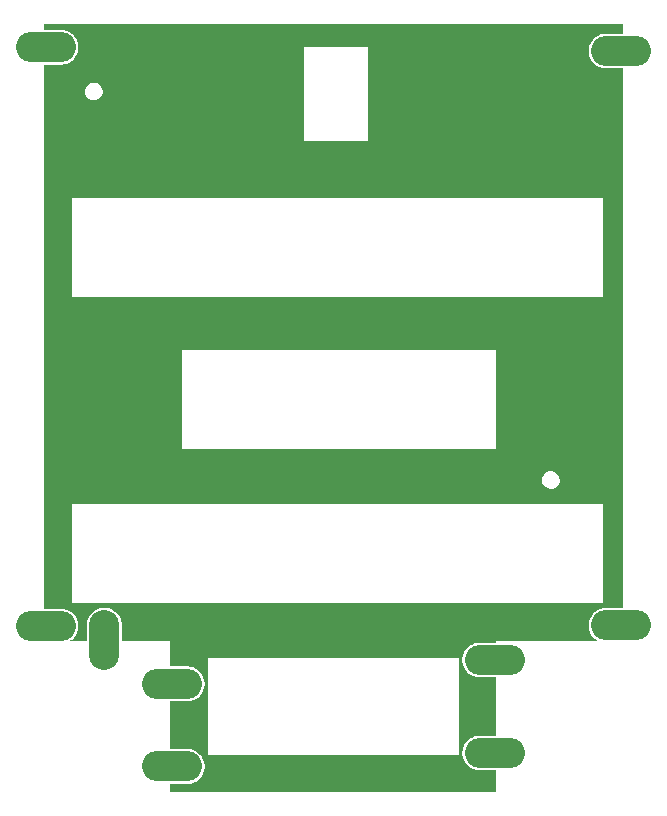
<source format=gbl>
G04 #@! TF.GenerationSoftware,KiCad,Pcbnew,(6.0.2)*
G04 #@! TF.CreationDate,2022-06-03T10:06:41-07:00*
G04 #@! TF.ProjectId,iflfu-middle,69666c66-752d-46d6-9964-646c652e6b69,rev?*
G04 #@! TF.SameCoordinates,Original*
G04 #@! TF.FileFunction,Copper,L2,Bot*
G04 #@! TF.FilePolarity,Positive*
%FSLAX46Y46*%
G04 Gerber Fmt 4.6, Leading zero omitted, Abs format (unit mm)*
G04 Created by KiCad (PCBNEW (6.0.2)) date 2022-06-03 10:06:41*
%MOMM*%
%LPD*%
G01*
G04 APERTURE LIST*
G04 #@! TA.AperFunction,CastellatedPad*
%ADD10O,5.080000X2.540000*%
G04 #@! TD*
G04 #@! TA.AperFunction,CastellatedPad*
%ADD11O,2.540000X5.080000*%
G04 #@! TD*
G04 #@! TA.AperFunction,ViaPad*
%ADD12C,0.800000*%
G04 #@! TD*
G04 APERTURE END LIST*
D10*
X145750000Y-82884717D03*
X145750000Y-131884717D03*
X194450000Y-131834717D03*
X183750000Y-142634717D03*
X156450000Y-136784717D03*
D11*
X150700000Y-133084717D03*
D10*
X156450000Y-143784717D03*
X183750000Y-134769717D03*
X194450000Y-83204717D03*
D12*
X147300000Y-131884717D03*
X150700000Y-131434717D03*
X158100000Y-136784717D03*
X158100000Y-143784717D03*
X181900000Y-142634717D03*
X182100000Y-134769717D03*
X192800000Y-131834717D03*
X192800000Y-83204717D03*
X147400000Y-82834717D03*
G04 #@! TA.AperFunction,NonConductor*
G36*
X194596073Y-80938644D02*
G01*
X194599500Y-80946917D01*
X194599500Y-81722517D01*
X194596073Y-81730790D01*
X194587800Y-81734217D01*
X193118696Y-81734217D01*
X193118482Y-81734235D01*
X193118472Y-81734235D01*
X192959224Y-81747328D01*
X192939006Y-81748990D01*
X192704484Y-81807898D01*
X192676806Y-81819933D01*
X192483173Y-81904127D01*
X192483171Y-81904128D01*
X192482732Y-81904319D01*
X192279706Y-82035662D01*
X192100858Y-82198401D01*
X192100562Y-82198776D01*
X192100560Y-82198778D01*
X192043194Y-82271417D01*
X191950991Y-82388166D01*
X191950763Y-82388579D01*
X191950761Y-82388582D01*
X191865902Y-82542305D01*
X191834130Y-82599859D01*
X191753413Y-82827797D01*
X191753329Y-82828267D01*
X191753328Y-82828272D01*
X191718624Y-83023102D01*
X191711008Y-83065856D01*
X191708054Y-83307645D01*
X191744630Y-83546670D01*
X191819754Y-83776512D01*
X191931408Y-83990997D01*
X192076594Y-84184367D01*
X192076939Y-84184696D01*
X192076941Y-84184699D01*
X192104498Y-84211033D01*
X192251413Y-84351427D01*
X192451169Y-84487692D01*
X192451606Y-84487895D01*
X192451608Y-84487896D01*
X192670059Y-84589297D01*
X192670062Y-84589298D01*
X192670499Y-84589501D01*
X192670961Y-84589629D01*
X192670966Y-84589631D01*
X192883907Y-84648684D01*
X192903511Y-84654121D01*
X192903985Y-84654172D01*
X192903987Y-84654172D01*
X192958645Y-84660013D01*
X193100907Y-84675217D01*
X194587800Y-84675217D01*
X194596073Y-84678644D01*
X194599500Y-84686917D01*
X194599500Y-130352517D01*
X194596073Y-130360790D01*
X194587800Y-130364217D01*
X193118696Y-130364217D01*
X193118482Y-130364235D01*
X193118472Y-130364235D01*
X192959224Y-130377328D01*
X192939006Y-130378990D01*
X192938545Y-130379106D01*
X192938544Y-130379106D01*
X192902618Y-130388130D01*
X192704484Y-130437898D01*
X192666369Y-130454471D01*
X192483173Y-130534127D01*
X192483171Y-130534128D01*
X192482732Y-130534319D01*
X192279706Y-130665662D01*
X192100858Y-130828401D01*
X192100562Y-130828776D01*
X192100560Y-130828778D01*
X192061370Y-130878401D01*
X191950991Y-131018166D01*
X191950763Y-131018579D01*
X191950761Y-131018582D01*
X191896184Y-131117449D01*
X191834130Y-131229859D01*
X191833971Y-131230307D01*
X191833970Y-131230310D01*
X191807279Y-131305683D01*
X191753413Y-131457797D01*
X191753329Y-131458267D01*
X191753328Y-131458272D01*
X191732763Y-131573723D01*
X191711008Y-131695856D01*
X191711002Y-131696330D01*
X191711002Y-131696332D01*
X191710305Y-131753413D01*
X191708054Y-131937645D01*
X191744630Y-132176670D01*
X191819754Y-132406512D01*
X191931408Y-132620997D01*
X192076594Y-132814367D01*
X192251413Y-132981427D01*
X192443841Y-133112693D01*
X192444074Y-133112852D01*
X192448978Y-133120345D01*
X192447146Y-133129110D01*
X192439653Y-133134014D01*
X192437481Y-133134217D01*
X183900099Y-133134217D01*
X183900000Y-133134176D01*
X183899901Y-133134217D01*
X183899617Y-133134334D01*
X183899459Y-133134717D01*
X183899500Y-133134816D01*
X183899500Y-133287517D01*
X183896073Y-133295790D01*
X183887800Y-133299217D01*
X182418696Y-133299217D01*
X182418482Y-133299235D01*
X182418472Y-133299235D01*
X182259224Y-133312328D01*
X182239006Y-133313990D01*
X182004484Y-133372898D01*
X181976806Y-133384933D01*
X181783173Y-133469127D01*
X181783171Y-133469128D01*
X181782732Y-133469319D01*
X181579706Y-133600662D01*
X181400858Y-133763401D01*
X181400562Y-133763776D01*
X181400560Y-133763778D01*
X181343194Y-133836417D01*
X181250991Y-133953166D01*
X181134130Y-134164859D01*
X181053413Y-134392797D01*
X181011008Y-134630856D01*
X181011002Y-134631330D01*
X181011002Y-134631332D01*
X181010949Y-134635645D01*
X181008054Y-134872645D01*
X181044630Y-135111670D01*
X181119754Y-135341512D01*
X181231408Y-135555997D01*
X181376594Y-135749367D01*
X181376939Y-135749696D01*
X181376941Y-135749699D01*
X181434881Y-135805067D01*
X181551413Y-135916427D01*
X181751169Y-136052692D01*
X181751606Y-136052895D01*
X181751608Y-136052896D01*
X181970059Y-136154297D01*
X181970062Y-136154298D01*
X181970499Y-136154501D01*
X181970961Y-136154629D01*
X181970966Y-136154631D01*
X182179629Y-136212498D01*
X182203511Y-136219121D01*
X182203985Y-136219172D01*
X182203987Y-136219172D01*
X182258645Y-136225013D01*
X182400907Y-136240217D01*
X183887800Y-136240217D01*
X183896073Y-136243644D01*
X183899500Y-136251917D01*
X183899500Y-141152517D01*
X183896073Y-141160790D01*
X183887800Y-141164217D01*
X182418696Y-141164217D01*
X182418482Y-141164235D01*
X182418472Y-141164235D01*
X182259224Y-141177328D01*
X182239006Y-141178990D01*
X182004484Y-141237898D01*
X181976806Y-141249933D01*
X181783173Y-141334127D01*
X181783171Y-141334128D01*
X181782732Y-141334319D01*
X181579706Y-141465662D01*
X181400858Y-141628401D01*
X181400562Y-141628776D01*
X181400560Y-141628778D01*
X181343194Y-141701417D01*
X181250991Y-141818166D01*
X181134130Y-142029859D01*
X181053413Y-142257797D01*
X181053329Y-142258267D01*
X181053328Y-142258272D01*
X181028058Y-142400137D01*
X181011008Y-142495856D01*
X181011002Y-142496330D01*
X181011002Y-142496332D01*
X181010936Y-142501742D01*
X181008054Y-142737645D01*
X181044630Y-142976670D01*
X181119754Y-143206512D01*
X181119975Y-143206936D01*
X181224537Y-143407797D01*
X181231408Y-143420997D01*
X181376594Y-143614367D01*
X181376939Y-143614696D01*
X181376941Y-143614699D01*
X181469105Y-143702773D01*
X181551413Y-143781427D01*
X181751169Y-143917692D01*
X181751606Y-143917895D01*
X181751608Y-143917896D01*
X181970059Y-144019297D01*
X181970062Y-144019298D01*
X181970499Y-144019501D01*
X181970961Y-144019629D01*
X181970966Y-144019631D01*
X182183907Y-144078684D01*
X182203511Y-144084121D01*
X182203985Y-144084172D01*
X182203987Y-144084172D01*
X182258645Y-144090013D01*
X182400907Y-144105217D01*
X183887800Y-144105217D01*
X183896073Y-144108644D01*
X183899500Y-144116917D01*
X183899500Y-145922517D01*
X183896073Y-145930790D01*
X183887800Y-145934217D01*
X156312200Y-145934217D01*
X156303927Y-145930790D01*
X156300500Y-145922517D01*
X156300500Y-145266917D01*
X156303927Y-145258644D01*
X156312200Y-145255217D01*
X157781304Y-145255217D01*
X157781518Y-145255199D01*
X157781528Y-145255199D01*
X157940776Y-145242106D01*
X157960994Y-145240444D01*
X158195516Y-145181536D01*
X158306392Y-145133326D01*
X158416827Y-145085307D01*
X158416829Y-145085306D01*
X158417268Y-145085115D01*
X158620294Y-144953772D01*
X158799142Y-144791033D01*
X158820202Y-144764367D01*
X158948714Y-144601641D01*
X158949009Y-144601268D01*
X159065870Y-144389575D01*
X159146587Y-144161637D01*
X159159269Y-144090444D01*
X159188909Y-143924044D01*
X159188992Y-143923578D01*
X159189062Y-143917896D01*
X159191940Y-143682267D01*
X159191946Y-143681789D01*
X159155370Y-143442764D01*
X159080246Y-143212922D01*
X159008647Y-143075382D01*
X158968816Y-142998867D01*
X158968815Y-142998866D01*
X158968592Y-142998437D01*
X158845668Y-142834717D01*
X159499459Y-142834717D01*
X159499500Y-142834816D01*
X159499617Y-142835100D01*
X159500000Y-142835258D01*
X159500099Y-142835217D01*
X180699901Y-142835217D01*
X180700000Y-142835258D01*
X180700099Y-142835217D01*
X180700383Y-142835100D01*
X180700541Y-142834717D01*
X180700500Y-142834618D01*
X180700500Y-134634816D01*
X180700541Y-134634717D01*
X180700383Y-134634334D01*
X180700099Y-134634217D01*
X180700000Y-134634176D01*
X180699901Y-134634217D01*
X159500099Y-134634217D01*
X159500000Y-134634176D01*
X159499901Y-134634217D01*
X159499617Y-134634334D01*
X159499459Y-134634717D01*
X159499500Y-134634816D01*
X159499500Y-142834618D01*
X159499459Y-142834717D01*
X158845668Y-142834717D01*
X158823406Y-142805067D01*
X158752353Y-142737167D01*
X158648933Y-142638338D01*
X158648587Y-142638007D01*
X158448831Y-142501742D01*
X158448392Y-142501538D01*
X158229941Y-142400137D01*
X158229938Y-142400136D01*
X158229501Y-142399933D01*
X158229039Y-142399805D01*
X158229034Y-142399803D01*
X157996954Y-142335442D01*
X157996955Y-142335442D01*
X157996489Y-142335313D01*
X157996015Y-142335262D01*
X157996013Y-142335262D01*
X157937324Y-142328990D01*
X157799093Y-142314217D01*
X156312200Y-142314217D01*
X156303927Y-142310790D01*
X156300500Y-142302517D01*
X156300500Y-138266917D01*
X156303927Y-138258644D01*
X156312200Y-138255217D01*
X157781304Y-138255217D01*
X157781518Y-138255199D01*
X157781528Y-138255199D01*
X157940776Y-138242106D01*
X157960994Y-138240444D01*
X158195516Y-138181536D01*
X158306392Y-138133325D01*
X158416827Y-138085307D01*
X158416829Y-138085306D01*
X158417268Y-138085115D01*
X158620294Y-137953772D01*
X158799142Y-137791033D01*
X158820202Y-137764367D01*
X158948714Y-137601641D01*
X158949009Y-137601268D01*
X159065870Y-137389575D01*
X159146587Y-137161637D01*
X159188992Y-136923578D01*
X159191946Y-136681789D01*
X159155370Y-136442764D01*
X159080246Y-136212922D01*
X158968592Y-135998437D01*
X158823406Y-135805067D01*
X158807731Y-135790087D01*
X158648933Y-135638338D01*
X158648587Y-135638007D01*
X158448831Y-135501742D01*
X158448392Y-135501538D01*
X158229941Y-135400137D01*
X158229938Y-135400136D01*
X158229501Y-135399933D01*
X158229039Y-135399805D01*
X158229034Y-135399803D01*
X157996954Y-135335442D01*
X157996955Y-135335442D01*
X157996489Y-135335313D01*
X157996015Y-135335262D01*
X157996013Y-135335262D01*
X157937324Y-135328990D01*
X157799093Y-135314217D01*
X156312200Y-135314217D01*
X156303927Y-135310790D01*
X156300500Y-135302517D01*
X156300500Y-133134816D01*
X156300541Y-133134717D01*
X156300383Y-133134334D01*
X156300099Y-133134217D01*
X156300000Y-133134176D01*
X156299901Y-133134217D01*
X152182200Y-133134217D01*
X152173927Y-133130790D01*
X152170500Y-133122517D01*
X152170500Y-131753413D01*
X152169038Y-131735624D01*
X152155766Y-131574198D01*
X152155727Y-131573723D01*
X152139168Y-131507797D01*
X152096936Y-131339667D01*
X152096819Y-131339201D01*
X152000398Y-131117449D01*
X151869055Y-130914423D01*
X151706316Y-130735575D01*
X151675593Y-130711311D01*
X151633300Y-130677911D01*
X151516551Y-130585708D01*
X151516138Y-130585480D01*
X151516135Y-130585478D01*
X151305279Y-130469079D01*
X151305275Y-130469077D01*
X151304858Y-130468847D01*
X151304410Y-130468688D01*
X151304407Y-130468687D01*
X151077375Y-130388291D01*
X151077374Y-130388291D01*
X151076920Y-130388130D01*
X151076450Y-130388046D01*
X151076445Y-130388045D01*
X150839327Y-130345808D01*
X150838861Y-130345725D01*
X150838387Y-130345719D01*
X150838385Y-130345719D01*
X150709432Y-130344144D01*
X150597072Y-130342771D01*
X150358047Y-130379347D01*
X150128205Y-130454471D01*
X149913720Y-130566125D01*
X149720350Y-130711311D01*
X149720021Y-130711656D01*
X149720018Y-130711658D01*
X149631944Y-130803822D01*
X149553290Y-130886130D01*
X149417025Y-131085886D01*
X149416822Y-131086323D01*
X149416821Y-131086325D01*
X149411379Y-131098050D01*
X149315216Y-131305216D01*
X149315088Y-131305678D01*
X149315086Y-131305683D01*
X149272770Y-131458272D01*
X149250596Y-131538228D01*
X149229500Y-131735624D01*
X149229500Y-133122517D01*
X149226073Y-133130790D01*
X149217800Y-133134217D01*
X147835571Y-133134217D01*
X147827298Y-133130790D01*
X147823871Y-133122517D01*
X147827298Y-133114244D01*
X147829216Y-133112693D01*
X147920294Y-133053772D01*
X148099142Y-132891033D01*
X148120202Y-132864367D01*
X148248714Y-132701641D01*
X148249009Y-132701268D01*
X148276611Y-132651268D01*
X148365638Y-132489996D01*
X148365640Y-132489992D01*
X148365870Y-132489575D01*
X148446587Y-132261637D01*
X148455494Y-132211637D01*
X148488909Y-132024044D01*
X148488992Y-132023578D01*
X148491946Y-131781789D01*
X148455370Y-131542764D01*
X148380246Y-131312922D01*
X148268592Y-131098437D01*
X148123406Y-130905067D01*
X148103590Y-130886130D01*
X147948933Y-130738338D01*
X147948587Y-130738007D01*
X147748831Y-130601742D01*
X147748392Y-130601538D01*
X147529941Y-130500137D01*
X147529938Y-130500136D01*
X147529501Y-130499933D01*
X147529039Y-130499805D01*
X147529034Y-130499803D01*
X147316093Y-130440750D01*
X147296489Y-130435313D01*
X147296015Y-130435262D01*
X147296013Y-130435262D01*
X147237324Y-130428990D01*
X147099093Y-130414217D01*
X145612200Y-130414217D01*
X145603927Y-130410790D01*
X145600500Y-130402517D01*
X145600500Y-129934717D01*
X147999459Y-129934717D01*
X147999500Y-129934816D01*
X147999617Y-129935100D01*
X148000000Y-129935258D01*
X148000099Y-129935217D01*
X192899901Y-129935217D01*
X192900000Y-129935258D01*
X192900099Y-129935217D01*
X192900383Y-129935100D01*
X192900541Y-129934717D01*
X192900500Y-129934618D01*
X192900500Y-121534816D01*
X192900541Y-121534717D01*
X192900383Y-121534334D01*
X192900099Y-121534217D01*
X192900000Y-121534176D01*
X192899901Y-121534217D01*
X148000099Y-121534217D01*
X148000000Y-121534176D01*
X147999901Y-121534217D01*
X147999617Y-121534334D01*
X147999459Y-121534717D01*
X147999500Y-121534816D01*
X147999500Y-129934618D01*
X147999459Y-129934717D01*
X145600500Y-129934717D01*
X145600500Y-119575579D01*
X187745497Y-119575579D01*
X187775134Y-119748057D01*
X187843654Y-119909090D01*
X187947383Y-120050041D01*
X188080755Y-120163349D01*
X188236616Y-120242936D01*
X188237278Y-120243098D01*
X188406102Y-120284409D01*
X188406106Y-120284410D01*
X188406606Y-120284532D01*
X188409981Y-120284741D01*
X188417465Y-120285206D01*
X188417476Y-120285206D01*
X188417648Y-120285217D01*
X188543822Y-120285217D01*
X188544153Y-120285178D01*
X188544160Y-120285178D01*
X188620628Y-120276262D01*
X188673828Y-120270060D01*
X188838331Y-120210348D01*
X188984685Y-120114394D01*
X189105040Y-119987345D01*
X189192939Y-119836015D01*
X189243667Y-119668524D01*
X189249392Y-119576250D01*
X189254461Y-119494533D01*
X189254461Y-119494532D01*
X189254503Y-119493855D01*
X189224866Y-119321377D01*
X189156346Y-119160344D01*
X189052617Y-119019393D01*
X188919245Y-118906085D01*
X188763384Y-118826498D01*
X188762722Y-118826336D01*
X188593898Y-118785025D01*
X188593894Y-118785024D01*
X188593394Y-118784902D01*
X188590019Y-118784693D01*
X188582535Y-118784228D01*
X188582524Y-118784228D01*
X188582352Y-118784217D01*
X188456178Y-118784217D01*
X188455847Y-118784256D01*
X188455840Y-118784256D01*
X188379372Y-118793172D01*
X188326172Y-118799374D01*
X188161669Y-118859086D01*
X188015315Y-118955040D01*
X187894960Y-119082089D01*
X187807061Y-119233419D01*
X187756333Y-119400910D01*
X187756291Y-119401584D01*
X187756291Y-119401585D01*
X187750567Y-119493855D01*
X187745497Y-119575579D01*
X145600500Y-119575579D01*
X145600500Y-116934717D01*
X157299459Y-116934717D01*
X157299500Y-116934816D01*
X157299617Y-116935100D01*
X157300000Y-116935258D01*
X157300099Y-116935217D01*
X183899901Y-116935217D01*
X183900000Y-116935258D01*
X183900099Y-116935217D01*
X183900383Y-116935100D01*
X183900541Y-116934717D01*
X183900500Y-116934618D01*
X183900500Y-108534816D01*
X183900541Y-108534717D01*
X183900383Y-108534334D01*
X183900099Y-108534217D01*
X183900000Y-108534176D01*
X183899901Y-108534217D01*
X157300099Y-108534217D01*
X157300000Y-108534176D01*
X157299901Y-108534217D01*
X157299617Y-108534334D01*
X157299459Y-108534717D01*
X157299500Y-108534816D01*
X157299500Y-116934618D01*
X157299459Y-116934717D01*
X145600500Y-116934717D01*
X145600500Y-104034717D01*
X147999459Y-104034717D01*
X147999500Y-104034816D01*
X147999617Y-104035100D01*
X148000000Y-104035258D01*
X148000099Y-104035217D01*
X192899901Y-104035217D01*
X192900000Y-104035258D01*
X192900099Y-104035217D01*
X192900383Y-104035100D01*
X192900541Y-104034717D01*
X192900500Y-104034618D01*
X192900500Y-95634816D01*
X192900541Y-95634717D01*
X192900383Y-95634334D01*
X192900099Y-95634217D01*
X192900000Y-95634176D01*
X192899901Y-95634217D01*
X148000099Y-95634217D01*
X148000000Y-95634176D01*
X147999901Y-95634217D01*
X147999617Y-95634334D01*
X147999459Y-95634717D01*
X147999500Y-95634816D01*
X147999500Y-104034618D01*
X147999459Y-104034717D01*
X145600500Y-104034717D01*
X145600500Y-90834717D01*
X167599459Y-90834717D01*
X167599500Y-90834816D01*
X167599617Y-90835100D01*
X167600000Y-90835258D01*
X167600099Y-90835217D01*
X172999901Y-90835217D01*
X173000000Y-90835258D01*
X173000099Y-90835217D01*
X173000383Y-90835100D01*
X173000541Y-90834717D01*
X173000500Y-90834618D01*
X173000500Y-82834816D01*
X173000541Y-82834717D01*
X173000383Y-82834334D01*
X173000099Y-82834217D01*
X173000000Y-82834176D01*
X172999901Y-82834217D01*
X167600099Y-82834217D01*
X167600000Y-82834176D01*
X167599901Y-82834217D01*
X167599617Y-82834334D01*
X167599459Y-82834717D01*
X167599500Y-82834816D01*
X167599500Y-90834618D01*
X167599459Y-90834717D01*
X145600500Y-90834717D01*
X145600500Y-86675579D01*
X149045497Y-86675579D01*
X149075134Y-86848057D01*
X149143654Y-87009090D01*
X149247383Y-87150041D01*
X149380755Y-87263349D01*
X149536616Y-87342936D01*
X149537278Y-87343098D01*
X149706102Y-87384409D01*
X149706106Y-87384410D01*
X149706606Y-87384532D01*
X149709981Y-87384741D01*
X149717465Y-87385206D01*
X149717476Y-87385206D01*
X149717648Y-87385217D01*
X149843822Y-87385217D01*
X149844153Y-87385178D01*
X149844160Y-87385178D01*
X149920628Y-87376262D01*
X149973828Y-87370060D01*
X150138331Y-87310348D01*
X150284685Y-87214394D01*
X150405040Y-87087345D01*
X150492939Y-86936015D01*
X150543667Y-86768524D01*
X150549392Y-86676250D01*
X150554461Y-86594533D01*
X150554461Y-86594532D01*
X150554503Y-86593855D01*
X150524866Y-86421377D01*
X150456346Y-86260344D01*
X150352617Y-86119393D01*
X150219245Y-86006085D01*
X150063384Y-85926498D01*
X150062722Y-85926336D01*
X149893898Y-85885025D01*
X149893894Y-85885024D01*
X149893394Y-85884902D01*
X149890019Y-85884693D01*
X149882535Y-85884228D01*
X149882524Y-85884228D01*
X149882352Y-85884217D01*
X149756178Y-85884217D01*
X149755847Y-85884256D01*
X149755840Y-85884256D01*
X149679372Y-85893172D01*
X149626172Y-85899374D01*
X149461669Y-85959086D01*
X149315315Y-86055040D01*
X149194960Y-86182089D01*
X149107061Y-86333419D01*
X149056333Y-86500910D01*
X149056291Y-86501584D01*
X149056291Y-86501585D01*
X149050567Y-86593855D01*
X149045497Y-86675579D01*
X145600500Y-86675579D01*
X145600500Y-84366917D01*
X145603927Y-84358644D01*
X145612200Y-84355217D01*
X147081304Y-84355217D01*
X147081518Y-84355199D01*
X147081528Y-84355199D01*
X147240776Y-84342106D01*
X147260994Y-84340444D01*
X147495516Y-84281536D01*
X147657661Y-84211033D01*
X147716827Y-84185307D01*
X147716829Y-84185306D01*
X147717268Y-84185115D01*
X147920294Y-84053772D01*
X148099142Y-83891033D01*
X148120202Y-83864367D01*
X148248714Y-83701641D01*
X148249009Y-83701268D01*
X148315049Y-83581637D01*
X148365638Y-83489996D01*
X148365640Y-83489992D01*
X148365870Y-83489575D01*
X148446587Y-83261637D01*
X148475061Y-83101789D01*
X148488909Y-83024044D01*
X148488992Y-83023578D01*
X148491946Y-82781789D01*
X148455370Y-82542764D01*
X148380246Y-82312922D01*
X148268592Y-82098437D01*
X148123406Y-81905067D01*
X148122897Y-81904580D01*
X148021602Y-81807781D01*
X147948587Y-81738007D01*
X147748831Y-81601742D01*
X147748392Y-81601538D01*
X147529941Y-81500137D01*
X147529938Y-81500136D01*
X147529501Y-81499933D01*
X147529039Y-81499805D01*
X147529034Y-81499803D01*
X147296954Y-81435442D01*
X147296955Y-81435442D01*
X147296489Y-81435313D01*
X147296015Y-81435262D01*
X147296013Y-81435262D01*
X147237324Y-81428990D01*
X147099093Y-81414217D01*
X145612200Y-81414217D01*
X145603927Y-81410790D01*
X145600500Y-81402517D01*
X145600500Y-80946917D01*
X145603927Y-80938644D01*
X145612200Y-80935217D01*
X194587800Y-80935217D01*
X194596073Y-80938644D01*
G37*
G04 #@! TD.AperFunction*
M02*

</source>
